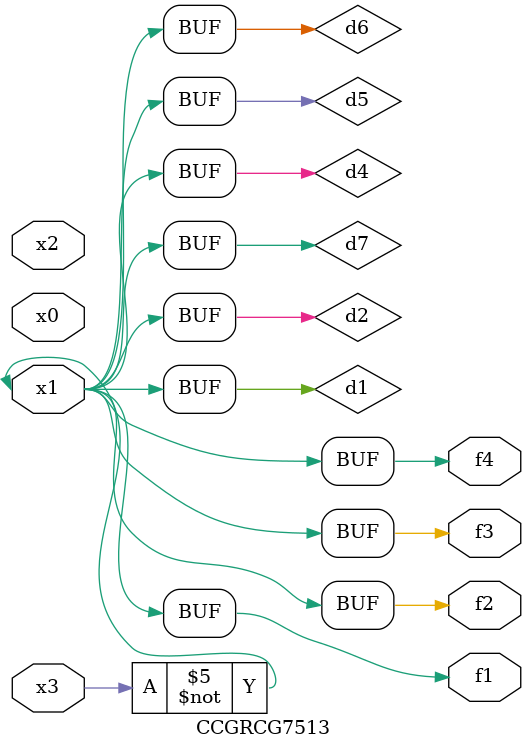
<source format=v>
module CCGRCG7513(
	input x0, x1, x2, x3,
	output f1, f2, f3, f4
);

	wire d1, d2, d3, d4, d5, d6, d7;

	not (d1, x3);
	buf (d2, x1);
	xnor (d3, d1, d2);
	nor (d4, d1);
	buf (d5, d1, d2);
	buf (d6, d4, d5);
	nand (d7, d4);
	assign f1 = d6;
	assign f2 = d7;
	assign f3 = d6;
	assign f4 = d6;
endmodule

</source>
